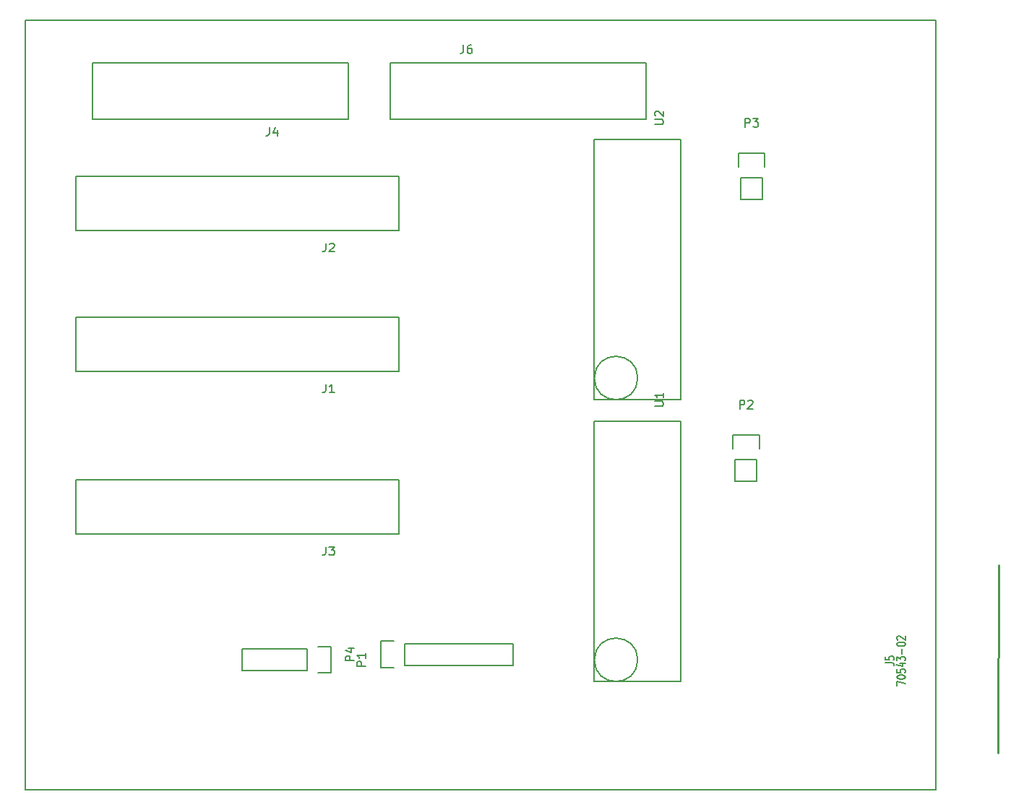
<source format=gbr>
G04 #@! TF.FileFunction,Legend,Top*
%FSLAX46Y46*%
G04 Gerber Fmt 4.6, Leading zero omitted, Abs format (unit mm)*
G04 Created by KiCad (PCBNEW 4.0.2-4+6225~38~ubuntu14.04.1-stable) date Mon 22 Feb 2016 06:37:57 PM CST*
%MOMM*%
G01*
G04 APERTURE LIST*
%ADD10C,0.100000*%
%ADD11C,0.200000*%
%ADD12C,0.150000*%
%ADD13C,0.254000*%
%ADD14C,0.127000*%
G04 APERTURE END LIST*
D10*
D11*
X52070000Y-29210000D02*
X158750000Y-29210000D01*
X52070000Y-119380000D02*
X52070000Y-29210000D01*
X158750000Y-119380000D02*
X52070000Y-119380000D01*
X158750000Y-29210000D02*
X158750000Y-119380000D01*
D12*
X95885000Y-70358000D02*
X95885000Y-64008000D01*
X95885000Y-64008000D02*
X58039000Y-64008000D01*
X58039000Y-64008000D02*
X58039000Y-70358000D01*
X58039000Y-70358000D02*
X95885000Y-70358000D01*
X95885000Y-53848000D02*
X95885000Y-47498000D01*
X95885000Y-47498000D02*
X58039000Y-47498000D01*
X58039000Y-47498000D02*
X58039000Y-53848000D01*
X58039000Y-53848000D02*
X95885000Y-53848000D01*
X95885000Y-89408000D02*
X95885000Y-83058000D01*
X95885000Y-83058000D02*
X58039000Y-83058000D01*
X58039000Y-83058000D02*
X58039000Y-89408000D01*
X58039000Y-89408000D02*
X95885000Y-89408000D01*
X89916000Y-40767000D02*
X89916000Y-34163000D01*
X89916000Y-34163000D02*
X59944000Y-34163000D01*
X59944000Y-34163000D02*
X59944000Y-40767000D01*
X59944000Y-40767000D02*
X89916000Y-40767000D01*
D13*
X166065200Y-115062000D02*
X166090600Y-93065600D01*
D12*
X94869000Y-34163000D02*
X94869000Y-40767000D01*
X94869000Y-40767000D02*
X124841000Y-40767000D01*
X124841000Y-40767000D02*
X124841000Y-34163000D01*
X124841000Y-34163000D02*
X94869000Y-34163000D01*
X85090000Y-102870000D02*
X77470000Y-102870000D01*
X85090000Y-105410000D02*
X77470000Y-105410000D01*
X87910000Y-105690000D02*
X86360000Y-105690000D01*
X77470000Y-102870000D02*
X77470000Y-105410000D01*
X85090000Y-105410000D02*
X85090000Y-102870000D01*
X86360000Y-102590000D02*
X87910000Y-102590000D01*
X87910000Y-102590000D02*
X87910000Y-105690000D01*
X137795000Y-80645000D02*
X137795000Y-83185000D01*
X138075000Y-77825000D02*
X138075000Y-79375000D01*
X137795000Y-80645000D02*
X135255000Y-80645000D01*
X134975000Y-79375000D02*
X134975000Y-77825000D01*
X134975000Y-77825000D02*
X138075000Y-77825000D01*
X135255000Y-80645000D02*
X135255000Y-83185000D01*
X135255000Y-83185000D02*
X137795000Y-83185000D01*
X138430000Y-47625000D02*
X138430000Y-50165000D01*
X138710000Y-44805000D02*
X138710000Y-46355000D01*
X138430000Y-47625000D02*
X135890000Y-47625000D01*
X135610000Y-46355000D02*
X135610000Y-44805000D01*
X135610000Y-44805000D02*
X138710000Y-44805000D01*
X135890000Y-47625000D02*
X135890000Y-50165000D01*
X135890000Y-50165000D02*
X138430000Y-50165000D01*
X96520000Y-102235000D02*
X109220000Y-102235000D01*
X109220000Y-102235000D02*
X109220000Y-104775000D01*
X109220000Y-104775000D02*
X96520000Y-104775000D01*
X93700000Y-101955000D02*
X95250000Y-101955000D01*
X96520000Y-102235000D02*
X96520000Y-104775000D01*
X95250000Y-105055000D02*
X93700000Y-105055000D01*
X93700000Y-105055000D02*
X93700000Y-101955000D01*
X123825000Y-104140000D02*
G75*
G03X123825000Y-104140000I-2540000J0D01*
G01*
X118745000Y-106680000D02*
X118745000Y-76200000D01*
X118745000Y-76200000D02*
X128905000Y-76200000D01*
X128905000Y-76200000D02*
X128905000Y-106680000D01*
X128905000Y-106680000D02*
X118745000Y-106680000D01*
X123825000Y-71120000D02*
G75*
G03X123825000Y-71120000I-2540000J0D01*
G01*
X118745000Y-73660000D02*
X118745000Y-43180000D01*
X118745000Y-43180000D02*
X128905000Y-43180000D01*
X128905000Y-43180000D02*
X128905000Y-73660000D01*
X128905000Y-73660000D02*
X118745000Y-73660000D01*
X87296667Y-71842381D02*
X87296667Y-72556667D01*
X87249047Y-72699524D01*
X87153809Y-72794762D01*
X87010952Y-72842381D01*
X86915714Y-72842381D01*
X88296667Y-72842381D02*
X87725238Y-72842381D01*
X88010952Y-72842381D02*
X88010952Y-71842381D01*
X87915714Y-71985238D01*
X87820476Y-72080476D01*
X87725238Y-72128095D01*
X87296667Y-55332381D02*
X87296667Y-56046667D01*
X87249047Y-56189524D01*
X87153809Y-56284762D01*
X87010952Y-56332381D01*
X86915714Y-56332381D01*
X87725238Y-55427619D02*
X87772857Y-55380000D01*
X87868095Y-55332381D01*
X88106191Y-55332381D01*
X88201429Y-55380000D01*
X88249048Y-55427619D01*
X88296667Y-55522857D01*
X88296667Y-55618095D01*
X88249048Y-55760952D01*
X87677619Y-56332381D01*
X88296667Y-56332381D01*
X87296667Y-90892381D02*
X87296667Y-91606667D01*
X87249047Y-91749524D01*
X87153809Y-91844762D01*
X87010952Y-91892381D01*
X86915714Y-91892381D01*
X87677619Y-90892381D02*
X88296667Y-90892381D01*
X87963333Y-91273333D01*
X88106191Y-91273333D01*
X88201429Y-91320952D01*
X88249048Y-91368571D01*
X88296667Y-91463810D01*
X88296667Y-91701905D01*
X88249048Y-91797143D01*
X88201429Y-91844762D01*
X88106191Y-91892381D01*
X87820476Y-91892381D01*
X87725238Y-91844762D01*
X87677619Y-91797143D01*
X80692667Y-41743381D02*
X80692667Y-42457667D01*
X80645047Y-42600524D01*
X80549809Y-42695762D01*
X80406952Y-42743381D01*
X80311714Y-42743381D01*
X81597429Y-42076714D02*
X81597429Y-42743381D01*
X81359333Y-41695762D02*
X81121238Y-42410048D01*
X81740286Y-42410048D01*
D14*
X152859619Y-104495599D02*
X153585333Y-104495599D01*
X153730476Y-104531885D01*
X153827238Y-104604456D01*
X153875619Y-104713313D01*
X153875619Y-104785885D01*
X152859619Y-103769885D02*
X152859619Y-104132742D01*
X153343429Y-104169028D01*
X153295048Y-104132742D01*
X153246667Y-104060171D01*
X153246667Y-103878742D01*
X153295048Y-103806171D01*
X153343429Y-103769885D01*
X153440190Y-103733600D01*
X153682095Y-103733600D01*
X153778857Y-103769885D01*
X153827238Y-103806171D01*
X153875619Y-103878742D01*
X153875619Y-104060171D01*
X153827238Y-104132742D01*
X153778857Y-104169028D01*
X154180419Y-107144456D02*
X154180419Y-106636456D01*
X155196419Y-106963027D01*
X154180419Y-106201028D02*
X154180419Y-106128456D01*
X154228800Y-106055885D01*
X154277181Y-106019599D01*
X154373943Y-105983313D01*
X154567467Y-105947028D01*
X154809371Y-105947028D01*
X155002895Y-105983313D01*
X155099657Y-106019599D01*
X155148038Y-106055885D01*
X155196419Y-106128456D01*
X155196419Y-106201028D01*
X155148038Y-106273599D01*
X155099657Y-106309885D01*
X155002895Y-106346170D01*
X154809371Y-106382456D01*
X154567467Y-106382456D01*
X154373943Y-106346170D01*
X154277181Y-106309885D01*
X154228800Y-106273599D01*
X154180419Y-106201028D01*
X154180419Y-105257599D02*
X154180419Y-105620456D01*
X154664229Y-105656742D01*
X154615848Y-105620456D01*
X154567467Y-105547885D01*
X154567467Y-105366456D01*
X154615848Y-105293885D01*
X154664229Y-105257599D01*
X154760990Y-105221314D01*
X155002895Y-105221314D01*
X155099657Y-105257599D01*
X155148038Y-105293885D01*
X155196419Y-105366456D01*
X155196419Y-105547885D01*
X155148038Y-105620456D01*
X155099657Y-105656742D01*
X154519086Y-104568171D02*
X155196419Y-104568171D01*
X154132038Y-104749600D02*
X154857752Y-104931028D01*
X154857752Y-104459314D01*
X154180419Y-104241600D02*
X154180419Y-103769886D01*
X154567467Y-104023886D01*
X154567467Y-103915028D01*
X154615848Y-103842457D01*
X154664229Y-103806171D01*
X154760990Y-103769886D01*
X155002895Y-103769886D01*
X155099657Y-103806171D01*
X155148038Y-103842457D01*
X155196419Y-103915028D01*
X155196419Y-104132743D01*
X155148038Y-104205314D01*
X155099657Y-104241600D01*
X154809371Y-103443314D02*
X154809371Y-102862743D01*
X154180419Y-102354743D02*
X154180419Y-102282171D01*
X154228800Y-102209600D01*
X154277181Y-102173314D01*
X154373943Y-102137028D01*
X154567467Y-102100743D01*
X154809371Y-102100743D01*
X155002895Y-102137028D01*
X155099657Y-102173314D01*
X155148038Y-102209600D01*
X155196419Y-102282171D01*
X155196419Y-102354743D01*
X155148038Y-102427314D01*
X155099657Y-102463600D01*
X155002895Y-102499885D01*
X154809371Y-102536171D01*
X154567467Y-102536171D01*
X154373943Y-102499885D01*
X154277181Y-102463600D01*
X154228800Y-102427314D01*
X154180419Y-102354743D01*
X154277181Y-101810457D02*
X154228800Y-101774171D01*
X154180419Y-101701600D01*
X154180419Y-101520171D01*
X154228800Y-101447600D01*
X154277181Y-101411314D01*
X154373943Y-101375029D01*
X154470705Y-101375029D01*
X154615848Y-101411314D01*
X155196419Y-101846743D01*
X155196419Y-101375029D01*
D12*
X103425667Y-32091381D02*
X103425667Y-32805667D01*
X103378047Y-32948524D01*
X103282809Y-33043762D01*
X103139952Y-33091381D01*
X103044714Y-33091381D01*
X104330429Y-32091381D02*
X104139952Y-32091381D01*
X104044714Y-32139000D01*
X103997095Y-32186619D01*
X103901857Y-32329476D01*
X103854238Y-32519952D01*
X103854238Y-32900905D01*
X103901857Y-32996143D01*
X103949476Y-33043762D01*
X104044714Y-33091381D01*
X104235191Y-33091381D01*
X104330429Y-33043762D01*
X104378048Y-32996143D01*
X104425667Y-32900905D01*
X104425667Y-32662810D01*
X104378048Y-32567571D01*
X104330429Y-32519952D01*
X104235191Y-32472333D01*
X104044714Y-32472333D01*
X103949476Y-32519952D01*
X103901857Y-32567571D01*
X103854238Y-32662810D01*
X91912381Y-104878095D02*
X90912381Y-104878095D01*
X90912381Y-104497142D01*
X90960000Y-104401904D01*
X91007619Y-104354285D01*
X91102857Y-104306666D01*
X91245714Y-104306666D01*
X91340952Y-104354285D01*
X91388571Y-104401904D01*
X91436190Y-104497142D01*
X91436190Y-104878095D01*
X91912381Y-103354285D02*
X91912381Y-103925714D01*
X91912381Y-103640000D02*
X90912381Y-103640000D01*
X91055238Y-103735238D01*
X91150476Y-103830476D01*
X91198095Y-103925714D01*
X135786905Y-74727381D02*
X135786905Y-73727381D01*
X136167858Y-73727381D01*
X136263096Y-73775000D01*
X136310715Y-73822619D01*
X136358334Y-73917857D01*
X136358334Y-74060714D01*
X136310715Y-74155952D01*
X136263096Y-74203571D01*
X136167858Y-74251190D01*
X135786905Y-74251190D01*
X136739286Y-73822619D02*
X136786905Y-73775000D01*
X136882143Y-73727381D01*
X137120239Y-73727381D01*
X137215477Y-73775000D01*
X137263096Y-73822619D01*
X137310715Y-73917857D01*
X137310715Y-74013095D01*
X137263096Y-74155952D01*
X136691667Y-74727381D01*
X137310715Y-74727381D01*
X136421905Y-41707381D02*
X136421905Y-40707381D01*
X136802858Y-40707381D01*
X136898096Y-40755000D01*
X136945715Y-40802619D01*
X136993334Y-40897857D01*
X136993334Y-41040714D01*
X136945715Y-41135952D01*
X136898096Y-41183571D01*
X136802858Y-41231190D01*
X136421905Y-41231190D01*
X137326667Y-40707381D02*
X137945715Y-40707381D01*
X137612381Y-41088333D01*
X137755239Y-41088333D01*
X137850477Y-41135952D01*
X137898096Y-41183571D01*
X137945715Y-41278810D01*
X137945715Y-41516905D01*
X137898096Y-41612143D01*
X137850477Y-41659762D01*
X137755239Y-41707381D01*
X137469524Y-41707381D01*
X137374286Y-41659762D01*
X137326667Y-41612143D01*
X90602381Y-104243095D02*
X89602381Y-104243095D01*
X89602381Y-103862142D01*
X89650000Y-103766904D01*
X89697619Y-103719285D01*
X89792857Y-103671666D01*
X89935714Y-103671666D01*
X90030952Y-103719285D01*
X90078571Y-103766904D01*
X90126190Y-103862142D01*
X90126190Y-104243095D01*
X89935714Y-102814523D02*
X90602381Y-102814523D01*
X89554762Y-103052619D02*
X90269048Y-103290714D01*
X90269048Y-102671666D01*
X125817381Y-74421905D02*
X126626905Y-74421905D01*
X126722143Y-74374286D01*
X126769762Y-74326667D01*
X126817381Y-74231429D01*
X126817381Y-74040952D01*
X126769762Y-73945714D01*
X126722143Y-73898095D01*
X126626905Y-73850476D01*
X125817381Y-73850476D01*
X126817381Y-72850476D02*
X126817381Y-73421905D01*
X126817381Y-73136191D02*
X125817381Y-73136191D01*
X125960238Y-73231429D01*
X126055476Y-73326667D01*
X126103095Y-73421905D01*
X125817381Y-41401905D02*
X126626905Y-41401905D01*
X126722143Y-41354286D01*
X126769762Y-41306667D01*
X126817381Y-41211429D01*
X126817381Y-41020952D01*
X126769762Y-40925714D01*
X126722143Y-40878095D01*
X126626905Y-40830476D01*
X125817381Y-40830476D01*
X125912619Y-40401905D02*
X125865000Y-40354286D01*
X125817381Y-40259048D01*
X125817381Y-40020952D01*
X125865000Y-39925714D01*
X125912619Y-39878095D01*
X126007857Y-39830476D01*
X126103095Y-39830476D01*
X126245952Y-39878095D01*
X126817381Y-40449524D01*
X126817381Y-39830476D01*
M02*

</source>
